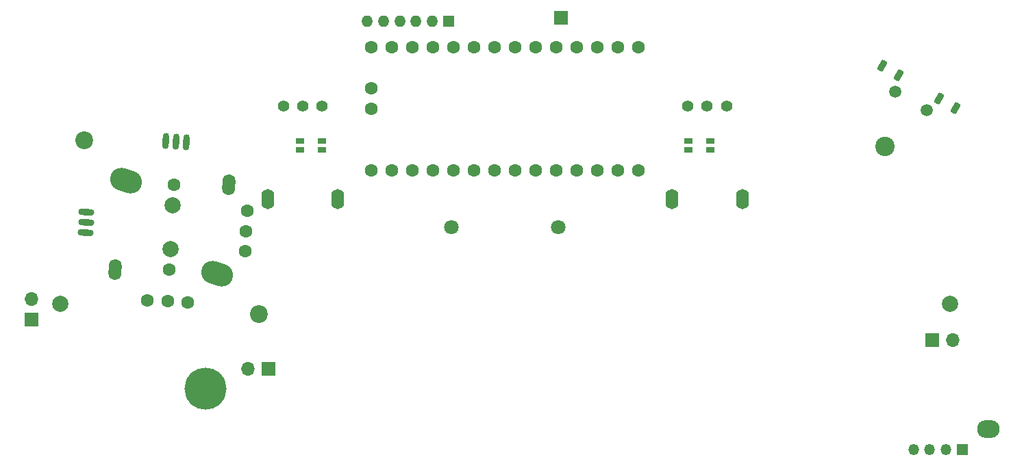
<source format=gbs>
%TF.GenerationSoftware,KiCad,Pcbnew,(6.0.1)*%
%TF.CreationDate,2022-03-24T20:43:30-07:00*%
%TF.ProjectId,PhobGCC,50686f62-4743-4432-9e6b-696361645f70,rev?*%
%TF.SameCoordinates,Original*%
%TF.FileFunction,Soldermask,Bot*%
%TF.FilePolarity,Negative*%
%FSLAX46Y46*%
G04 Gerber Fmt 4.6, Leading zero omitted, Abs format (unit mm)*
G04 Created by KiCad (PCBNEW (6.0.1)) date 2022-03-24 20:43:30*
%MOMM*%
%LPD*%
G01*
G04 APERTURE LIST*
G04 Aperture macros list*
%AMRoundRect*
0 Rectangle with rounded corners*
0 $1 Rounding radius*
0 $2 $3 $4 $5 $6 $7 $8 $9 X,Y pos of 4 corners*
0 Add a 4 corners polygon primitive as box body*
4,1,4,$2,$3,$4,$5,$6,$7,$8,$9,$2,$3,0*
0 Add four circle primitives for the rounded corners*
1,1,$1+$1,$2,$3*
1,1,$1+$1,$4,$5*
1,1,$1+$1,$6,$7*
1,1,$1+$1,$8,$9*
0 Add four rect primitives between the rounded corners*
20,1,$1+$1,$2,$3,$4,$5,0*
20,1,$1+$1,$4,$5,$6,$7,0*
20,1,$1+$1,$6,$7,$8,$9,0*
20,1,$1+$1,$8,$9,$2,$3,0*%
%AMHorizOval*
0 Thick line with rounded ends*
0 $1 width*
0 $2 $3 position (X,Y) of the first rounded end (center of the circle)*
0 $4 $5 position (X,Y) of the second rounded end (center of the circle)*
0 Add line between two ends*
20,1,$1,$2,$3,$4,$5,0*
0 Add two circle primitives to create the rounded ends*
1,1,$1,$2,$3*
1,1,$1,$4,$5*%
G04 Aperture macros list end*
%ADD10C,1.498000*%
%ADD11RoundRect,0.200000X-0.423205X-0.333013X-0.076795X-0.533013X0.423205X0.333013X0.076795X0.533013X0*%
%ADD12HorizOval,1.600000X-0.026168X-0.499315X0.026168X0.499315X0*%
%ADD13C,1.600000*%
%ADD14C,2.000000*%
%ADD15HorizOval,2.800000X-0.568661X0.191376X0.568661X-0.191376X0*%
%ADD16HorizOval,0.800000X-0.031402X-0.599178X0.031402X0.599178X0*%
%ADD17HorizOval,0.800000X-0.599178X0.031402X0.599178X-0.031402X0*%
%ADD18R,1.700000X1.700000*%
%ADD19C,5.200000*%
%ADD20C,1.800000*%
%ADD21C,2.400000*%
%ADD22C,2.200000*%
%ADD23O,2.800000X2.200000*%
%ADD24O,1.700000X1.700000*%
%ADD25O,1.600000X2.500000*%
%ADD26C,1.400000*%
%ADD27R,1.350000X1.350000*%
%ADD28O,1.350000X1.350000*%
%ADD29R,1.400000X1.400000*%
%ADD30O,1.400000X1.400000*%
%ADD31R,1.000000X0.650000*%
G04 APERTURE END LIST*
D10*
X160802886Y-61650000D03*
X164700000Y-63900000D03*
D11*
X159248111Y-58442949D03*
X161239969Y-59592949D03*
X166262917Y-62492949D03*
X168254775Y-63642949D03*
D12*
X64368635Y-83687221D03*
X78441531Y-73109243D03*
D13*
X71131628Y-83616071D03*
D14*
X71261159Y-81144463D03*
D15*
X65770011Y-72615390D03*
D13*
X71678538Y-73180393D03*
D15*
X77040155Y-84181074D03*
D14*
X71549007Y-75652001D03*
D16*
X73228104Y-67879226D03*
X71959844Y-67812759D03*
X70691585Y-67746292D03*
D17*
X60886077Y-76575211D03*
X60819610Y-77843471D03*
X60753143Y-79111730D03*
D13*
X68427018Y-87454784D03*
X70923592Y-87585624D03*
X73420166Y-87716464D03*
X80461635Y-81376297D03*
X80592475Y-78879723D03*
X80723315Y-76383149D03*
D18*
X119500000Y-52500000D03*
D13*
X129120000Y-56150000D03*
X126580000Y-56150000D03*
X124040000Y-56150000D03*
X121500000Y-56150000D03*
X118960000Y-56150000D03*
X116420000Y-56150000D03*
X113880000Y-56150000D03*
X111340000Y-56150000D03*
X108800000Y-56150000D03*
X106260000Y-56150000D03*
X103720000Y-56150000D03*
X101180000Y-56150000D03*
X98640000Y-56150000D03*
X96100000Y-56150000D03*
X96100000Y-61230000D03*
X96100000Y-63770000D03*
X96100000Y-71390000D03*
X98640000Y-71390000D03*
X101180000Y-71390000D03*
X103720000Y-71390000D03*
X106260000Y-71390000D03*
X108800000Y-71390000D03*
X111340000Y-71390000D03*
X113880000Y-71390000D03*
X116420000Y-71390000D03*
X118960000Y-71390000D03*
X121500000Y-71390000D03*
X124040000Y-71390000D03*
X126580000Y-71390000D03*
X129120000Y-71390000D03*
D19*
X75600000Y-98400000D03*
D14*
X57600000Y-87900000D03*
D20*
X106000000Y-78400000D03*
X119200000Y-78400000D03*
D21*
X159600000Y-68400000D03*
D14*
X167600000Y-87900000D03*
D22*
X60616622Y-67616621D03*
D23*
X172400000Y-103400000D03*
D22*
X82183378Y-89183378D03*
D18*
X83375000Y-95900000D03*
D24*
X80835000Y-95900000D03*
D18*
X54050000Y-89800000D03*
D24*
X54050000Y-87260000D03*
D18*
X165400000Y-92400000D03*
D24*
X167940000Y-92400000D03*
D25*
X133250000Y-74900000D03*
X141950000Y-74900000D03*
D26*
X140000000Y-63400000D03*
X137600000Y-63400000D03*
X135200000Y-63400000D03*
D25*
X91950000Y-74900000D03*
X83250000Y-74900000D03*
D26*
X90000000Y-63400000D03*
X87600000Y-63400000D03*
X85200000Y-63400000D03*
D27*
X169100000Y-105900000D03*
D28*
X167100000Y-105900000D03*
X165100000Y-105900000D03*
X163100000Y-105900000D03*
D29*
X105600000Y-52900000D03*
D30*
X103600000Y-52900000D03*
X101600000Y-52900000D03*
X99600000Y-52900000D03*
X97600000Y-52900000D03*
X95600000Y-52900000D03*
D31*
X89950000Y-67725000D03*
X89950000Y-68825000D03*
X87250000Y-68825000D03*
X87250000Y-67725000D03*
X137950000Y-67725000D03*
X137950000Y-68825000D03*
X135250000Y-68825000D03*
X135250000Y-67725000D03*
M02*

</source>
